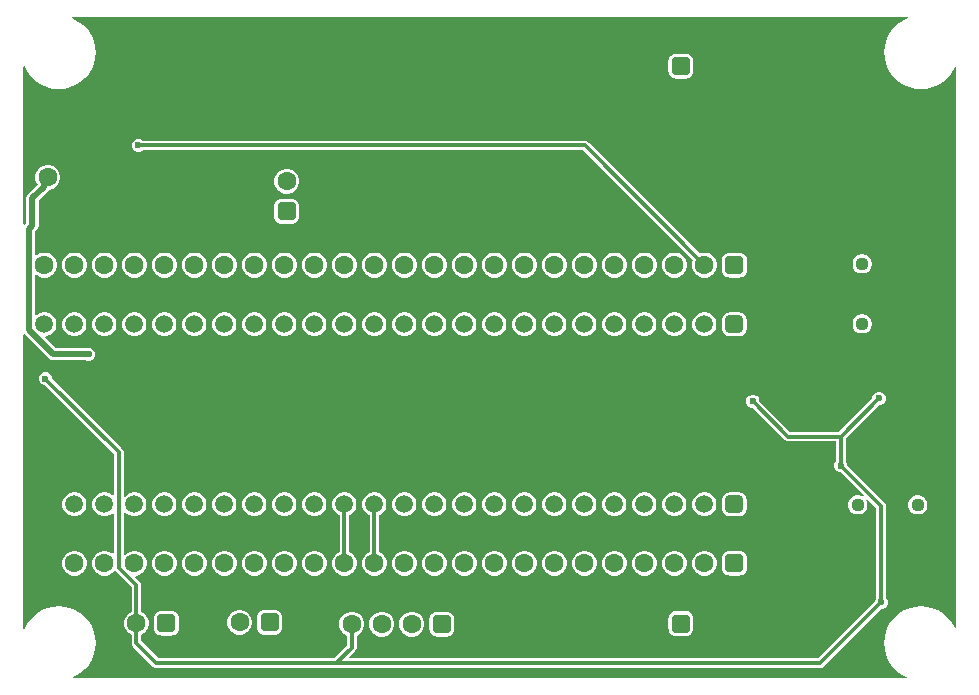
<source format=gbl>
G04*
G04 #@! TF.GenerationSoftware,Altium Limited,Altium Designer,21.6.4 (81)*
G04*
G04 Layer_Physical_Order=2*
G04 Layer_Color=16711680*
%FSLAX44Y44*%
%MOMM*%
G71*
G04*
G04 #@! TF.SameCoordinates,DF600929-9F7D-4707-823E-D0FB3E8D8E71*
G04*
G04*
G04 #@! TF.FilePolarity,Positive*
G04*
G01*
G75*
%ADD56C,0.3000*%
%ADD58C,0.5000*%
%ADD62C,1.5200*%
G04:AMPARAMS|DCode=63|XSize=1.52mm|YSize=1.52mm|CornerRadius=0.38mm|HoleSize=0mm|Usage=FLASHONLY|Rotation=180.000|XOffset=0mm|YOffset=0mm|HoleType=Round|Shape=RoundedRectangle|*
%AMROUNDEDRECTD63*
21,1,1.5200,0.7600,0,0,180.0*
21,1,0.7600,1.5200,0,0,180.0*
1,1,0.7600,-0.3800,0.3800*
1,1,0.7600,0.3800,0.3800*
1,1,0.7600,0.3800,-0.3800*
1,1,0.7600,-0.3800,-0.3800*
%
%ADD63ROUNDEDRECTD63*%
G04:AMPARAMS|DCode=64|XSize=1.6mm|YSize=1.6mm|CornerRadius=0.4mm|HoleSize=0mm|Usage=FLASHONLY|Rotation=0.000|XOffset=0mm|YOffset=0mm|HoleType=Round|Shape=RoundedRectangle|*
%AMROUNDEDRECTD64*
21,1,1.6000,0.8000,0,0,0.0*
21,1,0.8000,1.6000,0,0,0.0*
1,1,0.8000,0.4000,-0.4000*
1,1,0.8000,-0.4000,-0.4000*
1,1,0.8000,-0.4000,0.4000*
1,1,0.8000,0.4000,0.4000*
%
%ADD64ROUNDEDRECTD64*%
%ADD65C,1.1200*%
%ADD66C,1.6000*%
G04:AMPARAMS|DCode=67|XSize=1.6mm|YSize=1.6mm|CornerRadius=0.4mm|HoleSize=0mm|Usage=FLASHONLY|Rotation=90.000|XOffset=0mm|YOffset=0mm|HoleType=Round|Shape=RoundedRectangle|*
%AMROUNDEDRECTD67*
21,1,1.6000,0.8000,0,0,90.0*
21,1,0.8000,1.6000,0,0,90.0*
1,1,0.8000,0.4000,0.4000*
1,1,0.8000,0.4000,-0.4000*
1,1,0.8000,-0.4000,-0.4000*
1,1,0.8000,-0.4000,0.4000*
%
%ADD67ROUNDEDRECTD67*%
%ADD68C,0.6000*%
G36*
X748852Y558980D02*
X745865Y557742D01*
X741699Y555190D01*
X737983Y552016D01*
X734810Y548301D01*
X732258Y544135D01*
X730388Y539622D01*
X729247Y534871D01*
X728864Y530000D01*
X729247Y525129D01*
X730388Y520378D01*
X732258Y515865D01*
X734810Y511699D01*
X737983Y507984D01*
X741699Y504810D01*
X745865Y502258D01*
X750378Y500388D01*
X755129Y499247D01*
X760000Y498864D01*
X764871Y499247D01*
X769622Y500388D01*
X774135Y502258D01*
X778301Y504810D01*
X782017Y507984D01*
X785190Y511699D01*
X787742Y515865D01*
X788480Y517645D01*
X789750Y517393D01*
Y42607D01*
X788480Y42355D01*
X787742Y44135D01*
X785190Y48301D01*
X782017Y52017D01*
X778301Y55189D01*
X774135Y57742D01*
X769622Y59612D01*
X764871Y60753D01*
X760000Y61136D01*
X755129Y60753D01*
X750378Y59612D01*
X745865Y57742D01*
X741699Y55189D01*
X737983Y52017D01*
X734810Y48301D01*
X732258Y44135D01*
X730388Y39622D01*
X729247Y34871D01*
X728864Y30000D01*
X729247Y25129D01*
X730388Y20378D01*
X732258Y15865D01*
X734810Y11699D01*
X737983Y7983D01*
X741699Y4811D01*
X745865Y2258D01*
X748249Y1270D01*
X747996Y0D01*
X42004D01*
X41751Y1270D01*
X44135Y2258D01*
X48301Y4811D01*
X52017Y7983D01*
X55189Y11699D01*
X57742Y15865D01*
X59612Y20378D01*
X60753Y25129D01*
X61136Y30000D01*
X60753Y34871D01*
X59612Y39622D01*
X57742Y44135D01*
X55189Y48301D01*
X52017Y52017D01*
X48301Y55189D01*
X44135Y57742D01*
X39622Y59612D01*
X34871Y60753D01*
X30000Y61136D01*
X25129Y60753D01*
X20378Y59612D01*
X15865Y57742D01*
X11699Y55189D01*
X7983Y52017D01*
X4811Y48301D01*
X2258Y44135D01*
X1270Y41751D01*
X0Y42004D01*
Y291080D01*
X1083Y291478D01*
X1270Y291487D01*
X21891Y270866D01*
X23558Y269752D01*
X25524Y269361D01*
X53179D01*
X54148Y268960D01*
X56352D01*
X58388Y269803D01*
X59947Y271362D01*
X60790Y273398D01*
Y275602D01*
X59947Y277638D01*
X58388Y279197D01*
X56352Y280040D01*
X54148D01*
X53179Y279639D01*
X27653D01*
X18605Y288687D01*
X19091Y289860D01*
X19235D01*
X21814Y290551D01*
X24126Y291886D01*
X26014Y293774D01*
X27349Y296086D01*
X28040Y298665D01*
Y301335D01*
X27349Y303914D01*
X26014Y306226D01*
X24126Y308114D01*
X21814Y309449D01*
X19235Y310140D01*
X16565D01*
X13986Y309449D01*
X11674Y308114D01*
X11172Y307612D01*
X9999Y308098D01*
Y341336D01*
X11172Y341822D01*
X11428Y341566D01*
X13832Y340178D01*
X16512Y339460D01*
X19288D01*
X21968Y340178D01*
X24372Y341566D01*
X26334Y343528D01*
X27722Y345932D01*
X28440Y348612D01*
Y351388D01*
X27722Y354068D01*
X26334Y356472D01*
X24372Y358434D01*
X21968Y359822D01*
X19288Y360540D01*
X16512D01*
X13832Y359822D01*
X11428Y358434D01*
X11172Y358178D01*
X9999Y358664D01*
Y378481D01*
X11344Y379826D01*
X12458Y381493D01*
X12849Y383460D01*
Y404416D01*
X20731Y412299D01*
X21641Y413660D01*
X22138D01*
X24818Y414378D01*
X27222Y415766D01*
X29184Y417728D01*
X30572Y420132D01*
X31290Y422812D01*
Y425588D01*
X30572Y428268D01*
X29184Y430672D01*
X27222Y432634D01*
X24818Y434022D01*
X22138Y434740D01*
X19362D01*
X16682Y434022D01*
X14278Y432634D01*
X12316Y430672D01*
X10928Y428268D01*
X10210Y425588D01*
Y422812D01*
X10928Y420132D01*
X12064Y418165D01*
X4076Y410178D01*
X2962Y408511D01*
X2571Y406544D01*
Y385588D01*
X1270Y384287D01*
X1083Y384296D01*
X0Y384694D01*
Y517996D01*
X1270Y518249D01*
X2258Y515865D01*
X4811Y511699D01*
X7983Y507984D01*
X11699Y504810D01*
X15865Y502258D01*
X20378Y500388D01*
X25129Y499247D01*
X30000Y498864D01*
X34871Y499247D01*
X39622Y500388D01*
X44135Y502258D01*
X48301Y504810D01*
X52017Y507984D01*
X55189Y511699D01*
X57742Y515865D01*
X59612Y520378D01*
X60753Y525129D01*
X61136Y530000D01*
X60753Y534871D01*
X59612Y539622D01*
X57742Y544135D01*
X55189Y548301D01*
X52017Y552016D01*
X48301Y555190D01*
X44135Y557742D01*
X41147Y558980D01*
X41400Y560250D01*
X748600D01*
X748852Y558980D01*
D02*
G37*
%LPC*%
G36*
X560750Y529096D02*
X552750D01*
X551043Y528872D01*
X549452Y528213D01*
X548086Y527164D01*
X547037Y525798D01*
X546378Y524207D01*
X546154Y522500D01*
Y514500D01*
X546378Y512793D01*
X547037Y511202D01*
X548086Y509836D01*
X549452Y508787D01*
X551043Y508128D01*
X552750Y507904D01*
X560750D01*
X562457Y508128D01*
X564048Y508787D01*
X565414Y509836D01*
X566463Y511202D01*
X567122Y512793D01*
X567346Y514500D01*
Y522500D01*
X567122Y524207D01*
X566463Y525798D01*
X565414Y527164D01*
X564048Y528213D01*
X562457Y528872D01*
X560750Y529096D01*
D02*
G37*
G36*
X224380Y431490D02*
X221605D01*
X218924Y430772D01*
X216521Y429384D01*
X214559Y427422D01*
X213171Y425018D01*
X212453Y422338D01*
Y419562D01*
X213171Y416882D01*
X214559Y414478D01*
X216521Y412516D01*
X218924Y411128D01*
X221605Y410410D01*
X224380D01*
X227061Y411128D01*
X229464Y412516D01*
X231427Y414478D01*
X232814Y416882D01*
X233533Y419562D01*
Y422338D01*
X232814Y425018D01*
X231427Y427422D01*
X229464Y429384D01*
X227061Y430772D01*
X224380Y431490D01*
D02*
G37*
G36*
X226993Y406146D02*
X218993D01*
X217285Y405922D01*
X215694Y405263D01*
X214328Y404214D01*
X213280Y402848D01*
X212621Y401257D01*
X212396Y399550D01*
Y391550D01*
X212621Y389843D01*
X213280Y388252D01*
X214328Y386886D01*
X215694Y385837D01*
X217285Y385178D01*
X218993Y384954D01*
X226993D01*
X228700Y385178D01*
X230291Y385837D01*
X231657Y386886D01*
X232705Y388252D01*
X233364Y389843D01*
X233589Y391550D01*
Y399550D01*
X233364Y401257D01*
X232705Y402848D01*
X231657Y404214D01*
X230291Y405263D01*
X228700Y405922D01*
X226993Y406146D01*
D02*
G37*
G36*
X711272Y359155D02*
X709128D01*
X707058Y358600D01*
X705202Y357529D01*
X703686Y356013D01*
X702615Y354157D01*
X702060Y352087D01*
Y349943D01*
X702615Y347873D01*
X703686Y346017D01*
X705202Y344501D01*
X707058Y343430D01*
X709128Y342875D01*
X711272D01*
X713342Y343430D01*
X715198Y344501D01*
X716714Y346017D01*
X717785Y347873D01*
X718340Y349943D01*
Y352087D01*
X717785Y354157D01*
X716714Y356013D01*
X715198Y357529D01*
X713342Y358600D01*
X711272Y359155D01*
D02*
G37*
G36*
X98602Y456790D02*
X96398D01*
X94362Y455947D01*
X92803Y454388D01*
X91960Y452352D01*
Y450148D01*
X92803Y448112D01*
X94362Y446553D01*
X96398Y445710D01*
X98602D01*
X100638Y446553D01*
X101216Y447131D01*
X473744D01*
X566863Y354012D01*
X566160Y351388D01*
Y348612D01*
X566878Y345932D01*
X568266Y343528D01*
X570228Y341566D01*
X572632Y340178D01*
X575312Y339460D01*
X578088D01*
X580768Y340178D01*
X583172Y341566D01*
X585134Y343528D01*
X586522Y345932D01*
X587240Y348612D01*
Y351388D01*
X586522Y354068D01*
X585134Y356472D01*
X583172Y358434D01*
X580768Y359822D01*
X578088Y360540D01*
X575312D01*
X572688Y359837D01*
X478363Y454163D01*
X477026Y455056D01*
X475450Y455369D01*
X101216D01*
X100638Y455947D01*
X98602Y456790D01*
D02*
G37*
G36*
X552688Y360540D02*
X549912D01*
X547232Y359822D01*
X544828Y358434D01*
X542866Y356472D01*
X541478Y354068D01*
X540760Y351388D01*
Y348612D01*
X541478Y345932D01*
X542866Y343528D01*
X544828Y341566D01*
X547232Y340178D01*
X549912Y339460D01*
X552688D01*
X555368Y340178D01*
X557772Y341566D01*
X559734Y343528D01*
X561122Y345932D01*
X561840Y348612D01*
Y351388D01*
X561122Y354068D01*
X559734Y356472D01*
X557772Y358434D01*
X555368Y359822D01*
X552688Y360540D01*
D02*
G37*
G36*
X527288D02*
X524512D01*
X521832Y359822D01*
X519428Y358434D01*
X517466Y356472D01*
X516078Y354068D01*
X515360Y351388D01*
Y348612D01*
X516078Y345932D01*
X517466Y343528D01*
X519428Y341566D01*
X521832Y340178D01*
X524512Y339460D01*
X527288D01*
X529968Y340178D01*
X532372Y341566D01*
X534334Y343528D01*
X535722Y345932D01*
X536440Y348612D01*
Y351388D01*
X535722Y354068D01*
X534334Y356472D01*
X532372Y358434D01*
X529968Y359822D01*
X527288Y360540D01*
D02*
G37*
G36*
X501888D02*
X499112D01*
X496432Y359822D01*
X494028Y358434D01*
X492066Y356472D01*
X490678Y354068D01*
X489960Y351388D01*
Y348612D01*
X490678Y345932D01*
X492066Y343528D01*
X494028Y341566D01*
X496432Y340178D01*
X499112Y339460D01*
X501888D01*
X504568Y340178D01*
X506972Y341566D01*
X508934Y343528D01*
X510322Y345932D01*
X511040Y348612D01*
Y351388D01*
X510322Y354068D01*
X508934Y356472D01*
X506972Y358434D01*
X504568Y359822D01*
X501888Y360540D01*
D02*
G37*
G36*
X476488D02*
X473712D01*
X471032Y359822D01*
X468628Y358434D01*
X466666Y356472D01*
X465278Y354068D01*
X464560Y351388D01*
Y348612D01*
X465278Y345932D01*
X466666Y343528D01*
X468628Y341566D01*
X471032Y340178D01*
X473712Y339460D01*
X476488D01*
X479168Y340178D01*
X481572Y341566D01*
X483534Y343528D01*
X484922Y345932D01*
X485640Y348612D01*
Y351388D01*
X484922Y354068D01*
X483534Y356472D01*
X481572Y358434D01*
X479168Y359822D01*
X476488Y360540D01*
D02*
G37*
G36*
X451088D02*
X448312D01*
X445632Y359822D01*
X443228Y358434D01*
X441266Y356472D01*
X439878Y354068D01*
X439160Y351388D01*
Y348612D01*
X439878Y345932D01*
X441266Y343528D01*
X443228Y341566D01*
X445632Y340178D01*
X448312Y339460D01*
X451088D01*
X453768Y340178D01*
X456172Y341566D01*
X458134Y343528D01*
X459522Y345932D01*
X460240Y348612D01*
Y351388D01*
X459522Y354068D01*
X458134Y356472D01*
X456172Y358434D01*
X453768Y359822D01*
X451088Y360540D01*
D02*
G37*
G36*
X425688D02*
X422912D01*
X420232Y359822D01*
X417828Y358434D01*
X415866Y356472D01*
X414478Y354068D01*
X413760Y351388D01*
Y348612D01*
X414478Y345932D01*
X415866Y343528D01*
X417828Y341566D01*
X420232Y340178D01*
X422912Y339460D01*
X425688D01*
X428368Y340178D01*
X430772Y341566D01*
X432734Y343528D01*
X434122Y345932D01*
X434840Y348612D01*
Y351388D01*
X434122Y354068D01*
X432734Y356472D01*
X430772Y358434D01*
X428368Y359822D01*
X425688Y360540D01*
D02*
G37*
G36*
X400288D02*
X397512D01*
X394832Y359822D01*
X392428Y358434D01*
X390466Y356472D01*
X389078Y354068D01*
X388360Y351388D01*
Y348612D01*
X389078Y345932D01*
X390466Y343528D01*
X392428Y341566D01*
X394832Y340178D01*
X397512Y339460D01*
X400288D01*
X402968Y340178D01*
X405372Y341566D01*
X407334Y343528D01*
X408722Y345932D01*
X409440Y348612D01*
Y351388D01*
X408722Y354068D01*
X407334Y356472D01*
X405372Y358434D01*
X402968Y359822D01*
X400288Y360540D01*
D02*
G37*
G36*
X374888D02*
X372112D01*
X369432Y359822D01*
X367028Y358434D01*
X365066Y356472D01*
X363678Y354068D01*
X362960Y351388D01*
Y348612D01*
X363678Y345932D01*
X365066Y343528D01*
X367028Y341566D01*
X369432Y340178D01*
X372112Y339460D01*
X374888D01*
X377568Y340178D01*
X379972Y341566D01*
X381934Y343528D01*
X383322Y345932D01*
X384040Y348612D01*
Y351388D01*
X383322Y354068D01*
X381934Y356472D01*
X379972Y358434D01*
X377568Y359822D01*
X374888Y360540D01*
D02*
G37*
G36*
X349488D02*
X346712D01*
X344032Y359822D01*
X341628Y358434D01*
X339666Y356472D01*
X338278Y354068D01*
X337560Y351388D01*
Y348612D01*
X338278Y345932D01*
X339666Y343528D01*
X341628Y341566D01*
X344032Y340178D01*
X346712Y339460D01*
X349488D01*
X352168Y340178D01*
X354572Y341566D01*
X356534Y343528D01*
X357922Y345932D01*
X358640Y348612D01*
Y351388D01*
X357922Y354068D01*
X356534Y356472D01*
X354572Y358434D01*
X352168Y359822D01*
X349488Y360540D01*
D02*
G37*
G36*
X324088D02*
X321312D01*
X318632Y359822D01*
X316228Y358434D01*
X314266Y356472D01*
X312878Y354068D01*
X312160Y351388D01*
Y348612D01*
X312878Y345932D01*
X314266Y343528D01*
X316228Y341566D01*
X318632Y340178D01*
X321312Y339460D01*
X324088D01*
X326768Y340178D01*
X329172Y341566D01*
X331134Y343528D01*
X332522Y345932D01*
X333240Y348612D01*
Y351388D01*
X332522Y354068D01*
X331134Y356472D01*
X329172Y358434D01*
X326768Y359822D01*
X324088Y360540D01*
D02*
G37*
G36*
X298688D02*
X295912D01*
X293232Y359822D01*
X290828Y358434D01*
X288866Y356472D01*
X287478Y354068D01*
X286760Y351388D01*
Y348612D01*
X287478Y345932D01*
X288866Y343528D01*
X290828Y341566D01*
X293232Y340178D01*
X295912Y339460D01*
X298688D01*
X301368Y340178D01*
X303772Y341566D01*
X305734Y343528D01*
X307122Y345932D01*
X307840Y348612D01*
Y351388D01*
X307122Y354068D01*
X305734Y356472D01*
X303772Y358434D01*
X301368Y359822D01*
X298688Y360540D01*
D02*
G37*
G36*
X273288D02*
X270512D01*
X267832Y359822D01*
X265428Y358434D01*
X263466Y356472D01*
X262078Y354068D01*
X261360Y351388D01*
Y348612D01*
X262078Y345932D01*
X263466Y343528D01*
X265428Y341566D01*
X267832Y340178D01*
X270512Y339460D01*
X273288D01*
X275968Y340178D01*
X278372Y341566D01*
X280334Y343528D01*
X281722Y345932D01*
X282440Y348612D01*
Y351388D01*
X281722Y354068D01*
X280334Y356472D01*
X278372Y358434D01*
X275968Y359822D01*
X273288Y360540D01*
D02*
G37*
G36*
X247888D02*
X245112D01*
X242432Y359822D01*
X240028Y358434D01*
X238066Y356472D01*
X236678Y354068D01*
X235960Y351388D01*
Y348612D01*
X236678Y345932D01*
X238066Y343528D01*
X240028Y341566D01*
X242432Y340178D01*
X245112Y339460D01*
X247888D01*
X250568Y340178D01*
X252972Y341566D01*
X254934Y343528D01*
X256322Y345932D01*
X257040Y348612D01*
Y351388D01*
X256322Y354068D01*
X254934Y356472D01*
X252972Y358434D01*
X250568Y359822D01*
X247888Y360540D01*
D02*
G37*
G36*
X222488D02*
X219712D01*
X217032Y359822D01*
X214628Y358434D01*
X212666Y356472D01*
X211278Y354068D01*
X210560Y351388D01*
Y348612D01*
X211278Y345932D01*
X212666Y343528D01*
X214628Y341566D01*
X217032Y340178D01*
X219712Y339460D01*
X222488D01*
X225168Y340178D01*
X227572Y341566D01*
X229534Y343528D01*
X230922Y345932D01*
X231640Y348612D01*
Y351388D01*
X230922Y354068D01*
X229534Y356472D01*
X227572Y358434D01*
X225168Y359822D01*
X222488Y360540D01*
D02*
G37*
G36*
X197088D02*
X194312D01*
X191632Y359822D01*
X189228Y358434D01*
X187266Y356472D01*
X185878Y354068D01*
X185160Y351388D01*
Y348612D01*
X185878Y345932D01*
X187266Y343528D01*
X189228Y341566D01*
X191632Y340178D01*
X194312Y339460D01*
X197088D01*
X199768Y340178D01*
X202172Y341566D01*
X204134Y343528D01*
X205522Y345932D01*
X206240Y348612D01*
Y351388D01*
X205522Y354068D01*
X204134Y356472D01*
X202172Y358434D01*
X199768Y359822D01*
X197088Y360540D01*
D02*
G37*
G36*
X171688D02*
X168912D01*
X166232Y359822D01*
X163828Y358434D01*
X161866Y356472D01*
X160478Y354068D01*
X159760Y351388D01*
Y348612D01*
X160478Y345932D01*
X161866Y343528D01*
X163828Y341566D01*
X166232Y340178D01*
X168912Y339460D01*
X171688D01*
X174368Y340178D01*
X176772Y341566D01*
X178734Y343528D01*
X180122Y345932D01*
X180840Y348612D01*
Y351388D01*
X180122Y354068D01*
X178734Y356472D01*
X176772Y358434D01*
X174368Y359822D01*
X171688Y360540D01*
D02*
G37*
G36*
X146288D02*
X143512D01*
X140832Y359822D01*
X138428Y358434D01*
X136466Y356472D01*
X135078Y354068D01*
X134360Y351388D01*
Y348612D01*
X135078Y345932D01*
X136466Y343528D01*
X138428Y341566D01*
X140832Y340178D01*
X143512Y339460D01*
X146288D01*
X148968Y340178D01*
X151372Y341566D01*
X153334Y343528D01*
X154722Y345932D01*
X155440Y348612D01*
Y351388D01*
X154722Y354068D01*
X153334Y356472D01*
X151372Y358434D01*
X148968Y359822D01*
X146288Y360540D01*
D02*
G37*
G36*
X120888D02*
X118112D01*
X115432Y359822D01*
X113028Y358434D01*
X111066Y356472D01*
X109678Y354068D01*
X108960Y351388D01*
Y348612D01*
X109678Y345932D01*
X111066Y343528D01*
X113028Y341566D01*
X115432Y340178D01*
X118112Y339460D01*
X120888D01*
X123568Y340178D01*
X125972Y341566D01*
X127934Y343528D01*
X129322Y345932D01*
X130040Y348612D01*
Y351388D01*
X129322Y354068D01*
X127934Y356472D01*
X125972Y358434D01*
X123568Y359822D01*
X120888Y360540D01*
D02*
G37*
G36*
X95488D02*
X92712D01*
X90032Y359822D01*
X87628Y358434D01*
X85666Y356472D01*
X84278Y354068D01*
X83560Y351388D01*
Y348612D01*
X84278Y345932D01*
X85666Y343528D01*
X87628Y341566D01*
X90032Y340178D01*
X92712Y339460D01*
X95488D01*
X98168Y340178D01*
X100572Y341566D01*
X102534Y343528D01*
X103922Y345932D01*
X104640Y348612D01*
Y351388D01*
X103922Y354068D01*
X102534Y356472D01*
X100572Y358434D01*
X98168Y359822D01*
X95488Y360540D01*
D02*
G37*
G36*
X70088D02*
X67312D01*
X64632Y359822D01*
X62228Y358434D01*
X60266Y356472D01*
X58878Y354068D01*
X58160Y351388D01*
Y348612D01*
X58878Y345932D01*
X60266Y343528D01*
X62228Y341566D01*
X64632Y340178D01*
X67312Y339460D01*
X70088D01*
X72768Y340178D01*
X75172Y341566D01*
X77134Y343528D01*
X78522Y345932D01*
X79240Y348612D01*
Y351388D01*
X78522Y354068D01*
X77134Y356472D01*
X75172Y358434D01*
X72768Y359822D01*
X70088Y360540D01*
D02*
G37*
G36*
X44688D02*
X41912D01*
X39232Y359822D01*
X36828Y358434D01*
X34866Y356472D01*
X33478Y354068D01*
X32760Y351388D01*
Y348612D01*
X33478Y345932D01*
X34866Y343528D01*
X36828Y341566D01*
X39232Y340178D01*
X41912Y339460D01*
X44688D01*
X47368Y340178D01*
X49772Y341566D01*
X51734Y343528D01*
X53122Y345932D01*
X53840Y348612D01*
Y351388D01*
X53122Y354068D01*
X51734Y356472D01*
X49772Y358434D01*
X47368Y359822D01*
X44688Y360540D01*
D02*
G37*
G36*
X606100Y360596D02*
X598100D01*
X596393Y360372D01*
X594802Y359713D01*
X593436Y358664D01*
X592387Y357298D01*
X591728Y355707D01*
X591504Y354000D01*
Y346000D01*
X591728Y344293D01*
X592387Y342702D01*
X593436Y341336D01*
X594802Y340287D01*
X596393Y339628D01*
X598100Y339404D01*
X606100D01*
X607807Y339628D01*
X609398Y340287D01*
X610764Y341336D01*
X611813Y342702D01*
X612472Y344293D01*
X612696Y346000D01*
Y354000D01*
X612472Y355707D01*
X611813Y357298D01*
X610764Y358664D01*
X609398Y359713D01*
X607807Y360372D01*
X606100Y360596D01*
D02*
G37*
G36*
X711272Y308355D02*
X709128D01*
X707058Y307800D01*
X705202Y306729D01*
X703686Y305213D01*
X702615Y303357D01*
X702060Y301287D01*
Y299143D01*
X702615Y297073D01*
X703686Y295217D01*
X705202Y293701D01*
X707058Y292630D01*
X709128Y292075D01*
X711272D01*
X713342Y292630D01*
X715198Y293701D01*
X716714Y295217D01*
X717785Y297073D01*
X718340Y299143D01*
Y301287D01*
X717785Y303357D01*
X716714Y305213D01*
X715198Y306729D01*
X713342Y307800D01*
X711272Y308355D01*
D02*
G37*
G36*
X578035Y310140D02*
X575365D01*
X572786Y309449D01*
X570474Y308114D01*
X568586Y306226D01*
X567251Y303914D01*
X566560Y301335D01*
Y298665D01*
X567251Y296086D01*
X568586Y293774D01*
X570474Y291886D01*
X572786Y290551D01*
X575365Y289860D01*
X578035D01*
X580614Y290551D01*
X582926Y291886D01*
X584814Y293774D01*
X586149Y296086D01*
X586840Y298665D01*
Y301335D01*
X586149Y303914D01*
X584814Y306226D01*
X582926Y308114D01*
X580614Y309449D01*
X578035Y310140D01*
D02*
G37*
G36*
X552635D02*
X549965D01*
X547386Y309449D01*
X545074Y308114D01*
X543186Y306226D01*
X541851Y303914D01*
X541160Y301335D01*
Y298665D01*
X541851Y296086D01*
X543186Y293774D01*
X545074Y291886D01*
X547386Y290551D01*
X549965Y289860D01*
X552635D01*
X555214Y290551D01*
X557526Y291886D01*
X559414Y293774D01*
X560749Y296086D01*
X561440Y298665D01*
Y301335D01*
X560749Y303914D01*
X559414Y306226D01*
X557526Y308114D01*
X555214Y309449D01*
X552635Y310140D01*
D02*
G37*
G36*
X527235D02*
X524565D01*
X521986Y309449D01*
X519674Y308114D01*
X517786Y306226D01*
X516451Y303914D01*
X515760Y301335D01*
Y298665D01*
X516451Y296086D01*
X517786Y293774D01*
X519674Y291886D01*
X521986Y290551D01*
X524565Y289860D01*
X527235D01*
X529814Y290551D01*
X532126Y291886D01*
X534014Y293774D01*
X535349Y296086D01*
X536040Y298665D01*
Y301335D01*
X535349Y303914D01*
X534014Y306226D01*
X532126Y308114D01*
X529814Y309449D01*
X527235Y310140D01*
D02*
G37*
G36*
X501835D02*
X499165D01*
X496586Y309449D01*
X494274Y308114D01*
X492386Y306226D01*
X491051Y303914D01*
X490360Y301335D01*
Y298665D01*
X491051Y296086D01*
X492386Y293774D01*
X494274Y291886D01*
X496586Y290551D01*
X499165Y289860D01*
X501835D01*
X504414Y290551D01*
X506726Y291886D01*
X508614Y293774D01*
X509949Y296086D01*
X510640Y298665D01*
Y301335D01*
X509949Y303914D01*
X508614Y306226D01*
X506726Y308114D01*
X504414Y309449D01*
X501835Y310140D01*
D02*
G37*
G36*
X476435D02*
X473765D01*
X471186Y309449D01*
X468874Y308114D01*
X466986Y306226D01*
X465651Y303914D01*
X464960Y301335D01*
Y298665D01*
X465651Y296086D01*
X466986Y293774D01*
X468874Y291886D01*
X471186Y290551D01*
X473765Y289860D01*
X476435D01*
X479014Y290551D01*
X481326Y291886D01*
X483214Y293774D01*
X484549Y296086D01*
X485240Y298665D01*
Y301335D01*
X484549Y303914D01*
X483214Y306226D01*
X481326Y308114D01*
X479014Y309449D01*
X476435Y310140D01*
D02*
G37*
G36*
X451035D02*
X448365D01*
X445786Y309449D01*
X443474Y308114D01*
X441586Y306226D01*
X440251Y303914D01*
X439560Y301335D01*
Y298665D01*
X440251Y296086D01*
X441586Y293774D01*
X443474Y291886D01*
X445786Y290551D01*
X448365Y289860D01*
X451035D01*
X453614Y290551D01*
X455926Y291886D01*
X457814Y293774D01*
X459149Y296086D01*
X459840Y298665D01*
Y301335D01*
X459149Y303914D01*
X457814Y306226D01*
X455926Y308114D01*
X453614Y309449D01*
X451035Y310140D01*
D02*
G37*
G36*
X425635D02*
X422965D01*
X420386Y309449D01*
X418074Y308114D01*
X416186Y306226D01*
X414851Y303914D01*
X414160Y301335D01*
Y298665D01*
X414851Y296086D01*
X416186Y293774D01*
X418074Y291886D01*
X420386Y290551D01*
X422965Y289860D01*
X425635D01*
X428214Y290551D01*
X430526Y291886D01*
X432414Y293774D01*
X433749Y296086D01*
X434440Y298665D01*
Y301335D01*
X433749Y303914D01*
X432414Y306226D01*
X430526Y308114D01*
X428214Y309449D01*
X425635Y310140D01*
D02*
G37*
G36*
X400235D02*
X397565D01*
X394986Y309449D01*
X392674Y308114D01*
X390786Y306226D01*
X389451Y303914D01*
X388760Y301335D01*
Y298665D01*
X389451Y296086D01*
X390786Y293774D01*
X392674Y291886D01*
X394986Y290551D01*
X397565Y289860D01*
X400235D01*
X402814Y290551D01*
X405126Y291886D01*
X407014Y293774D01*
X408349Y296086D01*
X409040Y298665D01*
Y301335D01*
X408349Y303914D01*
X407014Y306226D01*
X405126Y308114D01*
X402814Y309449D01*
X400235Y310140D01*
D02*
G37*
G36*
X374835D02*
X372165D01*
X369586Y309449D01*
X367274Y308114D01*
X365386Y306226D01*
X364051Y303914D01*
X363360Y301335D01*
Y298665D01*
X364051Y296086D01*
X365386Y293774D01*
X367274Y291886D01*
X369586Y290551D01*
X372165Y289860D01*
X374835D01*
X377414Y290551D01*
X379726Y291886D01*
X381614Y293774D01*
X382949Y296086D01*
X383640Y298665D01*
Y301335D01*
X382949Y303914D01*
X381614Y306226D01*
X379726Y308114D01*
X377414Y309449D01*
X374835Y310140D01*
D02*
G37*
G36*
X349435D02*
X346765D01*
X344186Y309449D01*
X341874Y308114D01*
X339986Y306226D01*
X338651Y303914D01*
X337960Y301335D01*
Y298665D01*
X338651Y296086D01*
X339986Y293774D01*
X341874Y291886D01*
X344186Y290551D01*
X346765Y289860D01*
X349435D01*
X352014Y290551D01*
X354326Y291886D01*
X356214Y293774D01*
X357549Y296086D01*
X358240Y298665D01*
Y301335D01*
X357549Y303914D01*
X356214Y306226D01*
X354326Y308114D01*
X352014Y309449D01*
X349435Y310140D01*
D02*
G37*
G36*
X324035D02*
X321365D01*
X318786Y309449D01*
X316474Y308114D01*
X314586Y306226D01*
X313251Y303914D01*
X312560Y301335D01*
Y298665D01*
X313251Y296086D01*
X314586Y293774D01*
X316474Y291886D01*
X318786Y290551D01*
X321365Y289860D01*
X324035D01*
X326614Y290551D01*
X328926Y291886D01*
X330814Y293774D01*
X332149Y296086D01*
X332840Y298665D01*
Y301335D01*
X332149Y303914D01*
X330814Y306226D01*
X328926Y308114D01*
X326614Y309449D01*
X324035Y310140D01*
D02*
G37*
G36*
X298635D02*
X295965D01*
X293386Y309449D01*
X291074Y308114D01*
X289186Y306226D01*
X287851Y303914D01*
X287160Y301335D01*
Y298665D01*
X287851Y296086D01*
X289186Y293774D01*
X291074Y291886D01*
X293386Y290551D01*
X295965Y289860D01*
X298635D01*
X301214Y290551D01*
X303526Y291886D01*
X305414Y293774D01*
X306749Y296086D01*
X307440Y298665D01*
Y301335D01*
X306749Y303914D01*
X305414Y306226D01*
X303526Y308114D01*
X301214Y309449D01*
X298635Y310140D01*
D02*
G37*
G36*
X273235D02*
X270565D01*
X267986Y309449D01*
X265674Y308114D01*
X263786Y306226D01*
X262451Y303914D01*
X261760Y301335D01*
Y298665D01*
X262451Y296086D01*
X263786Y293774D01*
X265674Y291886D01*
X267986Y290551D01*
X270565Y289860D01*
X273235D01*
X275814Y290551D01*
X278126Y291886D01*
X280014Y293774D01*
X281349Y296086D01*
X282040Y298665D01*
Y301335D01*
X281349Y303914D01*
X280014Y306226D01*
X278126Y308114D01*
X275814Y309449D01*
X273235Y310140D01*
D02*
G37*
G36*
X247835D02*
X245165D01*
X242586Y309449D01*
X240274Y308114D01*
X238386Y306226D01*
X237051Y303914D01*
X236360Y301335D01*
Y298665D01*
X237051Y296086D01*
X238386Y293774D01*
X240274Y291886D01*
X242586Y290551D01*
X245165Y289860D01*
X247835D01*
X250414Y290551D01*
X252726Y291886D01*
X254614Y293774D01*
X255949Y296086D01*
X256640Y298665D01*
Y301335D01*
X255949Y303914D01*
X254614Y306226D01*
X252726Y308114D01*
X250414Y309449D01*
X247835Y310140D01*
D02*
G37*
G36*
X222435D02*
X219765D01*
X217186Y309449D01*
X214874Y308114D01*
X212986Y306226D01*
X211651Y303914D01*
X210960Y301335D01*
Y298665D01*
X211651Y296086D01*
X212986Y293774D01*
X214874Y291886D01*
X217186Y290551D01*
X219765Y289860D01*
X222435D01*
X225014Y290551D01*
X227326Y291886D01*
X229214Y293774D01*
X230549Y296086D01*
X231240Y298665D01*
Y301335D01*
X230549Y303914D01*
X229214Y306226D01*
X227326Y308114D01*
X225014Y309449D01*
X222435Y310140D01*
D02*
G37*
G36*
X197035D02*
X194365D01*
X191786Y309449D01*
X189474Y308114D01*
X187586Y306226D01*
X186251Y303914D01*
X185560Y301335D01*
Y298665D01*
X186251Y296086D01*
X187586Y293774D01*
X189474Y291886D01*
X191786Y290551D01*
X194365Y289860D01*
X197035D01*
X199614Y290551D01*
X201926Y291886D01*
X203814Y293774D01*
X205149Y296086D01*
X205840Y298665D01*
Y301335D01*
X205149Y303914D01*
X203814Y306226D01*
X201926Y308114D01*
X199614Y309449D01*
X197035Y310140D01*
D02*
G37*
G36*
X171635D02*
X168965D01*
X166386Y309449D01*
X164074Y308114D01*
X162186Y306226D01*
X160851Y303914D01*
X160160Y301335D01*
Y298665D01*
X160851Y296086D01*
X162186Y293774D01*
X164074Y291886D01*
X166386Y290551D01*
X168965Y289860D01*
X171635D01*
X174214Y290551D01*
X176526Y291886D01*
X178414Y293774D01*
X179749Y296086D01*
X180440Y298665D01*
Y301335D01*
X179749Y303914D01*
X178414Y306226D01*
X176526Y308114D01*
X174214Y309449D01*
X171635Y310140D01*
D02*
G37*
G36*
X146235D02*
X143565D01*
X140986Y309449D01*
X138674Y308114D01*
X136786Y306226D01*
X135451Y303914D01*
X134760Y301335D01*
Y298665D01*
X135451Y296086D01*
X136786Y293774D01*
X138674Y291886D01*
X140986Y290551D01*
X143565Y289860D01*
X146235D01*
X148814Y290551D01*
X151126Y291886D01*
X153014Y293774D01*
X154349Y296086D01*
X155040Y298665D01*
Y301335D01*
X154349Y303914D01*
X153014Y306226D01*
X151126Y308114D01*
X148814Y309449D01*
X146235Y310140D01*
D02*
G37*
G36*
X120835D02*
X118165D01*
X115586Y309449D01*
X113274Y308114D01*
X111386Y306226D01*
X110051Y303914D01*
X109360Y301335D01*
Y298665D01*
X110051Y296086D01*
X111386Y293774D01*
X113274Y291886D01*
X115586Y290551D01*
X118165Y289860D01*
X120835D01*
X123414Y290551D01*
X125726Y291886D01*
X127614Y293774D01*
X128949Y296086D01*
X129640Y298665D01*
Y301335D01*
X128949Y303914D01*
X127614Y306226D01*
X125726Y308114D01*
X123414Y309449D01*
X120835Y310140D01*
D02*
G37*
G36*
X95435D02*
X92765D01*
X90186Y309449D01*
X87874Y308114D01*
X85986Y306226D01*
X84651Y303914D01*
X83960Y301335D01*
Y298665D01*
X84651Y296086D01*
X85986Y293774D01*
X87874Y291886D01*
X90186Y290551D01*
X92765Y289860D01*
X95435D01*
X98014Y290551D01*
X100326Y291886D01*
X102214Y293774D01*
X103549Y296086D01*
X104240Y298665D01*
Y301335D01*
X103549Y303914D01*
X102214Y306226D01*
X100326Y308114D01*
X98014Y309449D01*
X95435Y310140D01*
D02*
G37*
G36*
X70035D02*
X67365D01*
X64786Y309449D01*
X62474Y308114D01*
X60586Y306226D01*
X59251Y303914D01*
X58560Y301335D01*
Y298665D01*
X59251Y296086D01*
X60586Y293774D01*
X62474Y291886D01*
X64786Y290551D01*
X67365Y289860D01*
X70035D01*
X72614Y290551D01*
X74926Y291886D01*
X76814Y293774D01*
X78149Y296086D01*
X78840Y298665D01*
Y301335D01*
X78149Y303914D01*
X76814Y306226D01*
X74926Y308114D01*
X72614Y309449D01*
X70035Y310140D01*
D02*
G37*
G36*
X44635D02*
X41965D01*
X39386Y309449D01*
X37074Y308114D01*
X35186Y306226D01*
X33851Y303914D01*
X33160Y301335D01*
Y298665D01*
X33851Y296086D01*
X35186Y293774D01*
X37074Y291886D01*
X39386Y290551D01*
X41965Y289860D01*
X44635D01*
X47214Y290551D01*
X49526Y291886D01*
X51414Y293774D01*
X52749Y296086D01*
X53440Y298665D01*
Y301335D01*
X52749Y303914D01*
X51414Y306226D01*
X49526Y308114D01*
X47214Y309449D01*
X44635Y310140D01*
D02*
G37*
G36*
X605900Y310264D02*
X598300D01*
X595826Y309772D01*
X593729Y308371D01*
X592328Y306274D01*
X591836Y303800D01*
Y296200D01*
X592328Y293726D01*
X593729Y291629D01*
X595826Y290228D01*
X598300Y289736D01*
X605900D01*
X608374Y290228D01*
X610471Y291629D01*
X611872Y293726D01*
X612364Y296200D01*
Y303800D01*
X611872Y306274D01*
X610471Y308371D01*
X608374Y309772D01*
X605900Y310264D01*
D02*
G37*
G36*
X19852Y259290D02*
X17648D01*
X15612Y258447D01*
X14053Y256888D01*
X13210Y254852D01*
Y252648D01*
X14053Y250612D01*
X15612Y249053D01*
X17648Y248210D01*
X18465D01*
X76621Y190054D01*
Y155679D01*
X75448Y155193D01*
X74926Y155714D01*
X72614Y157049D01*
X70035Y157740D01*
X67365D01*
X64786Y157049D01*
X62474Y155714D01*
X60586Y153826D01*
X59251Y151514D01*
X58560Y148935D01*
Y146265D01*
X59251Y143686D01*
X60586Y141374D01*
X62474Y139486D01*
X64786Y138151D01*
X67365Y137460D01*
X70035D01*
X72614Y138151D01*
X74926Y139486D01*
X75448Y140007D01*
X76621Y139521D01*
Y106244D01*
X75448Y105758D01*
X75172Y106034D01*
X72768Y107422D01*
X70088Y108140D01*
X67312D01*
X64632Y107422D01*
X62228Y106034D01*
X60266Y104072D01*
X58878Y101668D01*
X58160Y98988D01*
Y96212D01*
X58878Y93532D01*
X60266Y91128D01*
X62228Y89166D01*
X64632Y87778D01*
X67312Y87060D01*
X70088D01*
X72768Y87778D01*
X75172Y89166D01*
X76591Y90585D01*
X77553Y90924D01*
X78278Y90570D01*
X91681Y77167D01*
Y56550D01*
X89328Y55191D01*
X87366Y53229D01*
X85978Y50826D01*
X85260Y48145D01*
Y45370D01*
X85978Y42689D01*
X87366Y40286D01*
X89328Y38323D01*
X91681Y36965D01*
Y29950D01*
X91994Y28374D01*
X92887Y27037D01*
X109837Y10087D01*
X111174Y9194D01*
X112750Y8881D01*
X674750D01*
X676326Y9194D01*
X677663Y10087D01*
X726535Y58960D01*
X727352D01*
X729388Y59803D01*
X730947Y61362D01*
X731790Y63398D01*
Y65602D01*
X730947Y67638D01*
X730369Y68216D01*
Y146000D01*
X730056Y147576D01*
X729163Y148913D01*
X697540Y180535D01*
Y181352D01*
X696697Y183388D01*
X696119Y183966D01*
Y203044D01*
X724785Y231710D01*
X725602D01*
X727638Y232553D01*
X729197Y234112D01*
X730040Y236148D01*
Y238352D01*
X729197Y240388D01*
X727638Y241947D01*
X725602Y242790D01*
X723398D01*
X721362Y241947D01*
X719803Y240388D01*
X718960Y238352D01*
Y237535D01*
X690294Y208869D01*
X649456D01*
X623290Y235035D01*
Y235852D01*
X622447Y237888D01*
X620888Y239447D01*
X618852Y240290D01*
X616648D01*
X614612Y239447D01*
X613053Y237888D01*
X612210Y235852D01*
Y233648D01*
X613053Y231612D01*
X614612Y230053D01*
X616648Y229210D01*
X617465D01*
X644837Y201837D01*
X646174Y200944D01*
X647750Y200631D01*
X687881D01*
Y183966D01*
X687303Y183388D01*
X686460Y181352D01*
Y179148D01*
X687303Y177112D01*
X688862Y175553D01*
X690898Y174710D01*
X691715D01*
X711436Y154988D01*
X710657Y153972D01*
X709594Y154585D01*
X707524Y155140D01*
X705381D01*
X703311Y154585D01*
X701454Y153514D01*
X699939Y151998D01*
X698867Y150142D01*
X698313Y148072D01*
Y145928D01*
X698867Y143858D01*
X699939Y142002D01*
X701454Y140486D01*
X703311Y139415D01*
X705381Y138860D01*
X707524D01*
X709594Y139415D01*
X711451Y140486D01*
X712966Y142002D01*
X714038Y143858D01*
X714593Y145928D01*
Y148072D01*
X714038Y150142D01*
X713425Y151204D01*
X714441Y151984D01*
X722131Y144294D01*
Y68216D01*
X721553Y67638D01*
X720710Y65602D01*
Y64785D01*
X673044Y17119D01*
X276604D01*
X276118Y18292D01*
X281063Y23237D01*
X281956Y24574D01*
X282269Y26150D01*
Y36208D01*
X284622Y37566D01*
X286584Y39528D01*
X287972Y41932D01*
X288690Y44612D01*
Y47388D01*
X287972Y50068D01*
X286584Y52472D01*
X284622Y54434D01*
X282218Y55822D01*
X279538Y56540D01*
X276762D01*
X274082Y55822D01*
X271678Y54434D01*
X269716Y52472D01*
X268328Y50068D01*
X267610Y47388D01*
Y44612D01*
X268328Y41932D01*
X269716Y39528D01*
X271678Y37566D01*
X274031Y36208D01*
Y27856D01*
X263294Y17119D01*
X114456D01*
X99919Y31656D01*
Y36965D01*
X102272Y38323D01*
X104234Y40286D01*
X105622Y42689D01*
X106340Y45370D01*
Y48145D01*
X105622Y50826D01*
X104234Y53229D01*
X102272Y55191D01*
X99919Y56550D01*
Y78873D01*
X99606Y80449D01*
X98713Y81786D01*
X94612Y85887D01*
X95098Y87060D01*
X95488D01*
X98168Y87778D01*
X100572Y89166D01*
X102534Y91128D01*
X103922Y93532D01*
X104640Y96212D01*
Y98988D01*
X103922Y101668D01*
X102534Y104072D01*
X100572Y106034D01*
X98168Y107422D01*
X95488Y108140D01*
X92712D01*
X90032Y107422D01*
X87628Y106034D01*
X86129Y104535D01*
X84859Y105061D01*
Y141028D01*
X86129Y141231D01*
X87874Y139486D01*
X90186Y138151D01*
X92765Y137460D01*
X95435D01*
X98014Y138151D01*
X100326Y139486D01*
X102214Y141374D01*
X103549Y143686D01*
X104240Y146265D01*
Y148935D01*
X103549Y151514D01*
X102214Y153826D01*
X100326Y155714D01*
X98014Y157049D01*
X95435Y157740D01*
X92765D01*
X90186Y157049D01*
X87874Y155714D01*
X86129Y153969D01*
X84859Y154172D01*
Y191760D01*
X84546Y193336D01*
X83653Y194673D01*
X24290Y254035D01*
Y254852D01*
X23447Y256888D01*
X21888Y258447D01*
X19852Y259290D01*
D02*
G37*
G36*
X758324Y155140D02*
X756181D01*
X754111Y154585D01*
X752254Y153514D01*
X750739Y151998D01*
X749667Y150142D01*
X749112Y148072D01*
Y145928D01*
X749667Y143858D01*
X750739Y142002D01*
X752254Y140486D01*
X754111Y139415D01*
X756181Y138860D01*
X758324D01*
X760394Y139415D01*
X762251Y140486D01*
X763766Y142002D01*
X764838Y143858D01*
X765393Y145928D01*
Y148072D01*
X764838Y150142D01*
X763766Y151998D01*
X762251Y153514D01*
X760394Y154585D01*
X758324Y155140D01*
D02*
G37*
G36*
X578035Y157740D02*
X575365D01*
X572786Y157049D01*
X570474Y155714D01*
X568586Y153826D01*
X567251Y151514D01*
X566560Y148935D01*
Y146265D01*
X567251Y143686D01*
X568586Y141374D01*
X570474Y139486D01*
X572786Y138151D01*
X575365Y137460D01*
X578035D01*
X580614Y138151D01*
X582926Y139486D01*
X584814Y141374D01*
X586149Y143686D01*
X586840Y146265D01*
Y148935D01*
X586149Y151514D01*
X584814Y153826D01*
X582926Y155714D01*
X580614Y157049D01*
X578035Y157740D01*
D02*
G37*
G36*
X552635D02*
X549965D01*
X547386Y157049D01*
X545074Y155714D01*
X543186Y153826D01*
X541851Y151514D01*
X541160Y148935D01*
Y146265D01*
X541851Y143686D01*
X543186Y141374D01*
X545074Y139486D01*
X547386Y138151D01*
X549965Y137460D01*
X552635D01*
X555214Y138151D01*
X557526Y139486D01*
X559414Y141374D01*
X560749Y143686D01*
X561440Y146265D01*
Y148935D01*
X560749Y151514D01*
X559414Y153826D01*
X557526Y155714D01*
X555214Y157049D01*
X552635Y157740D01*
D02*
G37*
G36*
X527235D02*
X524565D01*
X521986Y157049D01*
X519674Y155714D01*
X517786Y153826D01*
X516451Y151514D01*
X515760Y148935D01*
Y146265D01*
X516451Y143686D01*
X517786Y141374D01*
X519674Y139486D01*
X521986Y138151D01*
X524565Y137460D01*
X527235D01*
X529814Y138151D01*
X532126Y139486D01*
X534014Y141374D01*
X535349Y143686D01*
X536040Y146265D01*
Y148935D01*
X535349Y151514D01*
X534014Y153826D01*
X532126Y155714D01*
X529814Y157049D01*
X527235Y157740D01*
D02*
G37*
G36*
X501835D02*
X499165D01*
X496586Y157049D01*
X494274Y155714D01*
X492386Y153826D01*
X491051Y151514D01*
X490360Y148935D01*
Y146265D01*
X491051Y143686D01*
X492386Y141374D01*
X494274Y139486D01*
X496586Y138151D01*
X499165Y137460D01*
X501835D01*
X504414Y138151D01*
X506726Y139486D01*
X508614Y141374D01*
X509949Y143686D01*
X510640Y146265D01*
Y148935D01*
X509949Y151514D01*
X508614Y153826D01*
X506726Y155714D01*
X504414Y157049D01*
X501835Y157740D01*
D02*
G37*
G36*
X476435D02*
X473765D01*
X471186Y157049D01*
X468874Y155714D01*
X466986Y153826D01*
X465651Y151514D01*
X464960Y148935D01*
Y146265D01*
X465651Y143686D01*
X466986Y141374D01*
X468874Y139486D01*
X471186Y138151D01*
X473765Y137460D01*
X476435D01*
X479014Y138151D01*
X481326Y139486D01*
X483214Y141374D01*
X484549Y143686D01*
X485240Y146265D01*
Y148935D01*
X484549Y151514D01*
X483214Y153826D01*
X481326Y155714D01*
X479014Y157049D01*
X476435Y157740D01*
D02*
G37*
G36*
X451035D02*
X448365D01*
X445786Y157049D01*
X443474Y155714D01*
X441586Y153826D01*
X440251Y151514D01*
X439560Y148935D01*
Y146265D01*
X440251Y143686D01*
X441586Y141374D01*
X443474Y139486D01*
X445786Y138151D01*
X448365Y137460D01*
X451035D01*
X453614Y138151D01*
X455926Y139486D01*
X457814Y141374D01*
X459149Y143686D01*
X459840Y146265D01*
Y148935D01*
X459149Y151514D01*
X457814Y153826D01*
X455926Y155714D01*
X453614Y157049D01*
X451035Y157740D01*
D02*
G37*
G36*
X425635D02*
X422965D01*
X420386Y157049D01*
X418074Y155714D01*
X416186Y153826D01*
X414851Y151514D01*
X414160Y148935D01*
Y146265D01*
X414851Y143686D01*
X416186Y141374D01*
X418074Y139486D01*
X420386Y138151D01*
X422965Y137460D01*
X425635D01*
X428214Y138151D01*
X430526Y139486D01*
X432414Y141374D01*
X433749Y143686D01*
X434440Y146265D01*
Y148935D01*
X433749Y151514D01*
X432414Y153826D01*
X430526Y155714D01*
X428214Y157049D01*
X425635Y157740D01*
D02*
G37*
G36*
X400235D02*
X397565D01*
X394986Y157049D01*
X392674Y155714D01*
X390786Y153826D01*
X389451Y151514D01*
X388760Y148935D01*
Y146265D01*
X389451Y143686D01*
X390786Y141374D01*
X392674Y139486D01*
X394986Y138151D01*
X397565Y137460D01*
X400235D01*
X402814Y138151D01*
X405126Y139486D01*
X407014Y141374D01*
X408349Y143686D01*
X409040Y146265D01*
Y148935D01*
X408349Y151514D01*
X407014Y153826D01*
X405126Y155714D01*
X402814Y157049D01*
X400235Y157740D01*
D02*
G37*
G36*
X374835D02*
X372165D01*
X369586Y157049D01*
X367274Y155714D01*
X365386Y153826D01*
X364051Y151514D01*
X363360Y148935D01*
Y146265D01*
X364051Y143686D01*
X365386Y141374D01*
X367274Y139486D01*
X369586Y138151D01*
X372165Y137460D01*
X374835D01*
X377414Y138151D01*
X379726Y139486D01*
X381614Y141374D01*
X382949Y143686D01*
X383640Y146265D01*
Y148935D01*
X382949Y151514D01*
X381614Y153826D01*
X379726Y155714D01*
X377414Y157049D01*
X374835Y157740D01*
D02*
G37*
G36*
X349435D02*
X346765D01*
X344186Y157049D01*
X341874Y155714D01*
X339986Y153826D01*
X338651Y151514D01*
X337960Y148935D01*
Y146265D01*
X338651Y143686D01*
X339986Y141374D01*
X341874Y139486D01*
X344186Y138151D01*
X346765Y137460D01*
X349435D01*
X352014Y138151D01*
X354326Y139486D01*
X356214Y141374D01*
X357549Y143686D01*
X358240Y146265D01*
Y148935D01*
X357549Y151514D01*
X356214Y153826D01*
X354326Y155714D01*
X352014Y157049D01*
X349435Y157740D01*
D02*
G37*
G36*
X324035D02*
X321365D01*
X318786Y157049D01*
X316474Y155714D01*
X314586Y153826D01*
X313251Y151514D01*
X312560Y148935D01*
Y146265D01*
X313251Y143686D01*
X314586Y141374D01*
X316474Y139486D01*
X318786Y138151D01*
X321365Y137460D01*
X324035D01*
X326614Y138151D01*
X328926Y139486D01*
X330814Y141374D01*
X332149Y143686D01*
X332840Y146265D01*
Y148935D01*
X332149Y151514D01*
X330814Y153826D01*
X328926Y155714D01*
X326614Y157049D01*
X324035Y157740D01*
D02*
G37*
G36*
X247835D02*
X245165D01*
X242586Y157049D01*
X240274Y155714D01*
X238386Y153826D01*
X237051Y151514D01*
X236360Y148935D01*
Y146265D01*
X237051Y143686D01*
X238386Y141374D01*
X240274Y139486D01*
X242586Y138151D01*
X245165Y137460D01*
X247835D01*
X250414Y138151D01*
X252726Y139486D01*
X254614Y141374D01*
X255949Y143686D01*
X256640Y146265D01*
Y148935D01*
X255949Y151514D01*
X254614Y153826D01*
X252726Y155714D01*
X250414Y157049D01*
X247835Y157740D01*
D02*
G37*
G36*
X222435D02*
X219765D01*
X217186Y157049D01*
X214874Y155714D01*
X212986Y153826D01*
X211651Y151514D01*
X210960Y148935D01*
Y146265D01*
X211651Y143686D01*
X212986Y141374D01*
X214874Y139486D01*
X217186Y138151D01*
X219765Y137460D01*
X222435D01*
X225014Y138151D01*
X227326Y139486D01*
X229214Y141374D01*
X230549Y143686D01*
X231240Y146265D01*
Y148935D01*
X230549Y151514D01*
X229214Y153826D01*
X227326Y155714D01*
X225014Y157049D01*
X222435Y157740D01*
D02*
G37*
G36*
X197035D02*
X194365D01*
X191786Y157049D01*
X189474Y155714D01*
X187586Y153826D01*
X186251Y151514D01*
X185560Y148935D01*
Y146265D01*
X186251Y143686D01*
X187586Y141374D01*
X189474Y139486D01*
X191786Y138151D01*
X194365Y137460D01*
X197035D01*
X199614Y138151D01*
X201926Y139486D01*
X203814Y141374D01*
X205149Y143686D01*
X205840Y146265D01*
Y148935D01*
X205149Y151514D01*
X203814Y153826D01*
X201926Y155714D01*
X199614Y157049D01*
X197035Y157740D01*
D02*
G37*
G36*
X171635D02*
X168965D01*
X166386Y157049D01*
X164074Y155714D01*
X162186Y153826D01*
X160851Y151514D01*
X160160Y148935D01*
Y146265D01*
X160851Y143686D01*
X162186Y141374D01*
X164074Y139486D01*
X166386Y138151D01*
X168965Y137460D01*
X171635D01*
X174214Y138151D01*
X176526Y139486D01*
X178414Y141374D01*
X179749Y143686D01*
X180440Y146265D01*
Y148935D01*
X179749Y151514D01*
X178414Y153826D01*
X176526Y155714D01*
X174214Y157049D01*
X171635Y157740D01*
D02*
G37*
G36*
X146235D02*
X143565D01*
X140986Y157049D01*
X138674Y155714D01*
X136786Y153826D01*
X135451Y151514D01*
X134760Y148935D01*
Y146265D01*
X135451Y143686D01*
X136786Y141374D01*
X138674Y139486D01*
X140986Y138151D01*
X143565Y137460D01*
X146235D01*
X148814Y138151D01*
X151126Y139486D01*
X153014Y141374D01*
X154349Y143686D01*
X155040Y146265D01*
Y148935D01*
X154349Y151514D01*
X153014Y153826D01*
X151126Y155714D01*
X148814Y157049D01*
X146235Y157740D01*
D02*
G37*
G36*
X120835D02*
X118165D01*
X115586Y157049D01*
X113274Y155714D01*
X111386Y153826D01*
X110051Y151514D01*
X109360Y148935D01*
Y146265D01*
X110051Y143686D01*
X111386Y141374D01*
X113274Y139486D01*
X115586Y138151D01*
X118165Y137460D01*
X120835D01*
X123414Y138151D01*
X125726Y139486D01*
X127614Y141374D01*
X128949Y143686D01*
X129640Y146265D01*
Y148935D01*
X128949Y151514D01*
X127614Y153826D01*
X125726Y155714D01*
X123414Y157049D01*
X120835Y157740D01*
D02*
G37*
G36*
X44635D02*
X41965D01*
X39386Y157049D01*
X37074Y155714D01*
X35186Y153826D01*
X33851Y151514D01*
X33160Y148935D01*
Y146265D01*
X33851Y143686D01*
X35186Y141374D01*
X37074Y139486D01*
X39386Y138151D01*
X41965Y137460D01*
X44635D01*
X47214Y138151D01*
X49526Y139486D01*
X51414Y141374D01*
X52749Y143686D01*
X53440Y146265D01*
Y148935D01*
X52749Y151514D01*
X51414Y153826D01*
X49526Y155714D01*
X47214Y157049D01*
X44635Y157740D01*
D02*
G37*
G36*
X605900Y157864D02*
X598300D01*
X595826Y157372D01*
X593729Y155971D01*
X592328Y153874D01*
X591836Y151400D01*
Y143800D01*
X592328Y141326D01*
X593729Y139229D01*
X595826Y137828D01*
X598300Y137336D01*
X605900D01*
X608374Y137828D01*
X610471Y139229D01*
X611872Y141326D01*
X612364Y143800D01*
Y151400D01*
X611872Y153874D01*
X610471Y155971D01*
X608374Y157372D01*
X605900Y157864D01*
D02*
G37*
G36*
X578088Y108140D02*
X575312D01*
X572632Y107422D01*
X570228Y106034D01*
X568266Y104072D01*
X566878Y101668D01*
X566160Y98988D01*
Y96212D01*
X566878Y93532D01*
X568266Y91128D01*
X570228Y89166D01*
X572632Y87778D01*
X575312Y87060D01*
X578088D01*
X580768Y87778D01*
X583172Y89166D01*
X585134Y91128D01*
X586522Y93532D01*
X587240Y96212D01*
Y98988D01*
X586522Y101668D01*
X585134Y104072D01*
X583172Y106034D01*
X580768Y107422D01*
X578088Y108140D01*
D02*
G37*
G36*
X552688D02*
X549912D01*
X547232Y107422D01*
X544828Y106034D01*
X542866Y104072D01*
X541478Y101668D01*
X540760Y98988D01*
Y96212D01*
X541478Y93532D01*
X542866Y91128D01*
X544828Y89166D01*
X547232Y87778D01*
X549912Y87060D01*
X552688D01*
X555368Y87778D01*
X557772Y89166D01*
X559734Y91128D01*
X561122Y93532D01*
X561840Y96212D01*
Y98988D01*
X561122Y101668D01*
X559734Y104072D01*
X557772Y106034D01*
X555368Y107422D01*
X552688Y108140D01*
D02*
G37*
G36*
X527288D02*
X524512D01*
X521832Y107422D01*
X519428Y106034D01*
X517466Y104072D01*
X516078Y101668D01*
X515360Y98988D01*
Y96212D01*
X516078Y93532D01*
X517466Y91128D01*
X519428Y89166D01*
X521832Y87778D01*
X524512Y87060D01*
X527288D01*
X529968Y87778D01*
X532372Y89166D01*
X534334Y91128D01*
X535722Y93532D01*
X536440Y96212D01*
Y98988D01*
X535722Y101668D01*
X534334Y104072D01*
X532372Y106034D01*
X529968Y107422D01*
X527288Y108140D01*
D02*
G37*
G36*
X501888D02*
X499112D01*
X496432Y107422D01*
X494028Y106034D01*
X492066Y104072D01*
X490678Y101668D01*
X489960Y98988D01*
Y96212D01*
X490678Y93532D01*
X492066Y91128D01*
X494028Y89166D01*
X496432Y87778D01*
X499112Y87060D01*
X501888D01*
X504568Y87778D01*
X506972Y89166D01*
X508934Y91128D01*
X510322Y93532D01*
X511040Y96212D01*
Y98988D01*
X510322Y101668D01*
X508934Y104072D01*
X506972Y106034D01*
X504568Y107422D01*
X501888Y108140D01*
D02*
G37*
G36*
X476488D02*
X473712D01*
X471032Y107422D01*
X468628Y106034D01*
X466666Y104072D01*
X465278Y101668D01*
X464560Y98988D01*
Y96212D01*
X465278Y93532D01*
X466666Y91128D01*
X468628Y89166D01*
X471032Y87778D01*
X473712Y87060D01*
X476488D01*
X479168Y87778D01*
X481572Y89166D01*
X483534Y91128D01*
X484922Y93532D01*
X485640Y96212D01*
Y98988D01*
X484922Y101668D01*
X483534Y104072D01*
X481572Y106034D01*
X479168Y107422D01*
X476488Y108140D01*
D02*
G37*
G36*
X451088D02*
X448312D01*
X445632Y107422D01*
X443228Y106034D01*
X441266Y104072D01*
X439878Y101668D01*
X439160Y98988D01*
Y96212D01*
X439878Y93532D01*
X441266Y91128D01*
X443228Y89166D01*
X445632Y87778D01*
X448312Y87060D01*
X451088D01*
X453768Y87778D01*
X456172Y89166D01*
X458134Y91128D01*
X459522Y93532D01*
X460240Y96212D01*
Y98988D01*
X459522Y101668D01*
X458134Y104072D01*
X456172Y106034D01*
X453768Y107422D01*
X451088Y108140D01*
D02*
G37*
G36*
X425688D02*
X422912D01*
X420232Y107422D01*
X417828Y106034D01*
X415866Y104072D01*
X414478Y101668D01*
X413760Y98988D01*
Y96212D01*
X414478Y93532D01*
X415866Y91128D01*
X417828Y89166D01*
X420232Y87778D01*
X422912Y87060D01*
X425688D01*
X428368Y87778D01*
X430772Y89166D01*
X432734Y91128D01*
X434122Y93532D01*
X434840Y96212D01*
Y98988D01*
X434122Y101668D01*
X432734Y104072D01*
X430772Y106034D01*
X428368Y107422D01*
X425688Y108140D01*
D02*
G37*
G36*
X400288D02*
X397512D01*
X394832Y107422D01*
X392428Y106034D01*
X390466Y104072D01*
X389078Y101668D01*
X388360Y98988D01*
Y96212D01*
X389078Y93532D01*
X390466Y91128D01*
X392428Y89166D01*
X394832Y87778D01*
X397512Y87060D01*
X400288D01*
X402968Y87778D01*
X405372Y89166D01*
X407334Y91128D01*
X408722Y93532D01*
X409440Y96212D01*
Y98988D01*
X408722Y101668D01*
X407334Y104072D01*
X405372Y106034D01*
X402968Y107422D01*
X400288Y108140D01*
D02*
G37*
G36*
X374888D02*
X372112D01*
X369432Y107422D01*
X367028Y106034D01*
X365066Y104072D01*
X363678Y101668D01*
X362960Y98988D01*
Y96212D01*
X363678Y93532D01*
X365066Y91128D01*
X367028Y89166D01*
X369432Y87778D01*
X372112Y87060D01*
X374888D01*
X377568Y87778D01*
X379972Y89166D01*
X381934Y91128D01*
X383322Y93532D01*
X384040Y96212D01*
Y98988D01*
X383322Y101668D01*
X381934Y104072D01*
X379972Y106034D01*
X377568Y107422D01*
X374888Y108140D01*
D02*
G37*
G36*
X349488D02*
X346712D01*
X344032Y107422D01*
X341628Y106034D01*
X339666Y104072D01*
X338278Y101668D01*
X337560Y98988D01*
Y96212D01*
X338278Y93532D01*
X339666Y91128D01*
X341628Y89166D01*
X344032Y87778D01*
X346712Y87060D01*
X349488D01*
X352168Y87778D01*
X354572Y89166D01*
X356534Y91128D01*
X357922Y93532D01*
X358640Y96212D01*
Y98988D01*
X357922Y101668D01*
X356534Y104072D01*
X354572Y106034D01*
X352168Y107422D01*
X349488Y108140D01*
D02*
G37*
G36*
X324088D02*
X321312D01*
X318632Y107422D01*
X316228Y106034D01*
X314266Y104072D01*
X312878Y101668D01*
X312160Y98988D01*
Y96212D01*
X312878Y93532D01*
X314266Y91128D01*
X316228Y89166D01*
X318632Y87778D01*
X321312Y87060D01*
X324088D01*
X326768Y87778D01*
X329172Y89166D01*
X331134Y91128D01*
X332522Y93532D01*
X333240Y96212D01*
Y98988D01*
X332522Y101668D01*
X331134Y104072D01*
X329172Y106034D01*
X326768Y107422D01*
X324088Y108140D01*
D02*
G37*
G36*
X298635Y157740D02*
X295965D01*
X293386Y157049D01*
X291074Y155714D01*
X289186Y153826D01*
X287851Y151514D01*
X287160Y148935D01*
Y146265D01*
X287851Y143686D01*
X289186Y141374D01*
X291074Y139486D01*
X293181Y138270D01*
Y107392D01*
X290828Y106034D01*
X288866Y104072D01*
X287478Y101668D01*
X286760Y98988D01*
Y96212D01*
X287478Y93532D01*
X288866Y91128D01*
X290828Y89166D01*
X293232Y87778D01*
X295912Y87060D01*
X298688D01*
X301368Y87778D01*
X303772Y89166D01*
X305734Y91128D01*
X307122Y93532D01*
X307840Y96212D01*
Y98988D01*
X307122Y101668D01*
X305734Y104072D01*
X303772Y106034D01*
X301419Y107392D01*
Y138270D01*
X303526Y139486D01*
X305414Y141374D01*
X306749Y143686D01*
X307440Y146265D01*
Y148935D01*
X306749Y151514D01*
X305414Y153826D01*
X303526Y155714D01*
X301214Y157049D01*
X298635Y157740D01*
D02*
G37*
G36*
X273235D02*
X270565D01*
X267986Y157049D01*
X265674Y155714D01*
X263786Y153826D01*
X262451Y151514D01*
X261760Y148935D01*
Y146265D01*
X262451Y143686D01*
X263786Y141374D01*
X265674Y139486D01*
X267781Y138270D01*
Y107392D01*
X265428Y106034D01*
X263466Y104072D01*
X262078Y101668D01*
X261360Y98988D01*
Y96212D01*
X262078Y93532D01*
X263466Y91128D01*
X265428Y89166D01*
X267832Y87778D01*
X270512Y87060D01*
X273288D01*
X275968Y87778D01*
X278372Y89166D01*
X280334Y91128D01*
X281722Y93532D01*
X282440Y96212D01*
Y98988D01*
X281722Y101668D01*
X280334Y104072D01*
X278372Y106034D01*
X276019Y107392D01*
Y138270D01*
X278126Y139486D01*
X280014Y141374D01*
X281349Y143686D01*
X282040Y146265D01*
Y148935D01*
X281349Y151514D01*
X280014Y153826D01*
X278126Y155714D01*
X275814Y157049D01*
X273235Y157740D01*
D02*
G37*
G36*
X247888Y108140D02*
X245112D01*
X242432Y107422D01*
X240028Y106034D01*
X238066Y104072D01*
X236678Y101668D01*
X235960Y98988D01*
Y96212D01*
X236678Y93532D01*
X238066Y91128D01*
X240028Y89166D01*
X242432Y87778D01*
X245112Y87060D01*
X247888D01*
X250568Y87778D01*
X252972Y89166D01*
X254934Y91128D01*
X256322Y93532D01*
X257040Y96212D01*
Y98988D01*
X256322Y101668D01*
X254934Y104072D01*
X252972Y106034D01*
X250568Y107422D01*
X247888Y108140D01*
D02*
G37*
G36*
X222488D02*
X219712D01*
X217032Y107422D01*
X214628Y106034D01*
X212666Y104072D01*
X211278Y101668D01*
X210560Y98988D01*
Y96212D01*
X211278Y93532D01*
X212666Y91128D01*
X214628Y89166D01*
X217032Y87778D01*
X219712Y87060D01*
X222488D01*
X225168Y87778D01*
X227572Y89166D01*
X229534Y91128D01*
X230922Y93532D01*
X231640Y96212D01*
Y98988D01*
X230922Y101668D01*
X229534Y104072D01*
X227572Y106034D01*
X225168Y107422D01*
X222488Y108140D01*
D02*
G37*
G36*
X197088D02*
X194312D01*
X191632Y107422D01*
X189228Y106034D01*
X187266Y104072D01*
X185878Y101668D01*
X185160Y98988D01*
Y96212D01*
X185878Y93532D01*
X187266Y91128D01*
X189228Y89166D01*
X191632Y87778D01*
X194312Y87060D01*
X197088D01*
X199768Y87778D01*
X202172Y89166D01*
X204134Y91128D01*
X205522Y93532D01*
X206240Y96212D01*
Y98988D01*
X205522Y101668D01*
X204134Y104072D01*
X202172Y106034D01*
X199768Y107422D01*
X197088Y108140D01*
D02*
G37*
G36*
X171688D02*
X168912D01*
X166232Y107422D01*
X163828Y106034D01*
X161866Y104072D01*
X160478Y101668D01*
X159760Y98988D01*
Y96212D01*
X160478Y93532D01*
X161866Y91128D01*
X163828Y89166D01*
X166232Y87778D01*
X168912Y87060D01*
X171688D01*
X174368Y87778D01*
X176772Y89166D01*
X178734Y91128D01*
X180122Y93532D01*
X180840Y96212D01*
Y98988D01*
X180122Y101668D01*
X178734Y104072D01*
X176772Y106034D01*
X174368Y107422D01*
X171688Y108140D01*
D02*
G37*
G36*
X146288D02*
X143512D01*
X140832Y107422D01*
X138428Y106034D01*
X136466Y104072D01*
X135078Y101668D01*
X134360Y98988D01*
Y96212D01*
X135078Y93532D01*
X136466Y91128D01*
X138428Y89166D01*
X140832Y87778D01*
X143512Y87060D01*
X146288D01*
X148968Y87778D01*
X151372Y89166D01*
X153334Y91128D01*
X154722Y93532D01*
X155440Y96212D01*
Y98988D01*
X154722Y101668D01*
X153334Y104072D01*
X151372Y106034D01*
X148968Y107422D01*
X146288Y108140D01*
D02*
G37*
G36*
X120888D02*
X118112D01*
X115432Y107422D01*
X113028Y106034D01*
X111066Y104072D01*
X109678Y101668D01*
X108960Y98988D01*
Y96212D01*
X109678Y93532D01*
X111066Y91128D01*
X113028Y89166D01*
X115432Y87778D01*
X118112Y87060D01*
X120888D01*
X123568Y87778D01*
X125972Y89166D01*
X127934Y91128D01*
X129322Y93532D01*
X130040Y96212D01*
Y98988D01*
X129322Y101668D01*
X127934Y104072D01*
X125972Y106034D01*
X123568Y107422D01*
X120888Y108140D01*
D02*
G37*
G36*
X44688D02*
X41912D01*
X39232Y107422D01*
X36828Y106034D01*
X34866Y104072D01*
X33478Y101668D01*
X32760Y98988D01*
Y96212D01*
X33478Y93532D01*
X34866Y91128D01*
X36828Y89166D01*
X39232Y87778D01*
X41912Y87060D01*
X44688D01*
X47368Y87778D01*
X49772Y89166D01*
X51734Y91128D01*
X53122Y93532D01*
X53840Y96212D01*
Y98988D01*
X53122Y101668D01*
X51734Y104072D01*
X49772Y106034D01*
X47368Y107422D01*
X44688Y108140D01*
D02*
G37*
G36*
X606100Y108196D02*
X598100D01*
X596393Y107972D01*
X594802Y107313D01*
X593436Y106264D01*
X592387Y104898D01*
X591728Y103307D01*
X591504Y101600D01*
Y93600D01*
X591728Y91893D01*
X592387Y90302D01*
X593436Y88936D01*
X594802Y87887D01*
X596393Y87228D01*
X598100Y87004D01*
X606100D01*
X607807Y87228D01*
X609398Y87887D01*
X610764Y88936D01*
X611813Y90302D01*
X612472Y91893D01*
X612696Y93600D01*
Y101600D01*
X612472Y103307D01*
X611813Y104898D01*
X610764Y106264D01*
X609398Y107313D01*
X607807Y107972D01*
X606100Y108196D01*
D02*
G37*
G36*
X184438Y58047D02*
X181662D01*
X178982Y57329D01*
X176578Y55942D01*
X174616Y53979D01*
X173228Y51576D01*
X172510Y48895D01*
Y46120D01*
X173228Y43439D01*
X174616Y41036D01*
X176578Y39073D01*
X178982Y37686D01*
X181662Y36967D01*
X184438D01*
X187118Y37686D01*
X189522Y39073D01*
X191484Y41036D01*
X192872Y43439D01*
X193590Y46120D01*
Y48895D01*
X192872Y51576D01*
X191484Y53979D01*
X189522Y55942D01*
X187118Y57329D01*
X184438Y58047D01*
D02*
G37*
G36*
X212450Y58104D02*
X204450D01*
X202743Y57879D01*
X201152Y57220D01*
X199786Y56172D01*
X198737Y54806D01*
X198078Y53215D01*
X197854Y51508D01*
Y43507D01*
X198078Y41800D01*
X198737Y40209D01*
X199786Y38843D01*
X201152Y37795D01*
X202743Y37136D01*
X204450Y36911D01*
X212450D01*
X214157Y37136D01*
X215748Y37795D01*
X217114Y38843D01*
X218163Y40209D01*
X218822Y41800D01*
X219046Y43507D01*
Y51508D01*
X218822Y53215D01*
X218163Y54806D01*
X217114Y56172D01*
X215748Y57220D01*
X214157Y57879D01*
X212450Y58104D01*
D02*
G37*
G36*
X125200Y57354D02*
X117200D01*
X115493Y57129D01*
X113902Y56470D01*
X112536Y55422D01*
X111487Y54056D01*
X110828Y52465D01*
X110604Y50757D01*
Y42757D01*
X110828Y41050D01*
X111487Y39459D01*
X112536Y38093D01*
X113902Y37045D01*
X115493Y36386D01*
X117200Y36161D01*
X125200D01*
X126907Y36386D01*
X128498Y37045D01*
X129864Y38093D01*
X130913Y39459D01*
X131572Y41050D01*
X131796Y42757D01*
Y50757D01*
X131572Y52465D01*
X130913Y54056D01*
X129864Y55422D01*
X128498Y56470D01*
X126907Y57129D01*
X125200Y57354D01*
D02*
G37*
G36*
X560750Y57096D02*
X552750D01*
X551043Y56872D01*
X549452Y56213D01*
X548086Y55164D01*
X547037Y53798D01*
X546378Y52207D01*
X546154Y50500D01*
Y42500D01*
X546378Y40793D01*
X547037Y39202D01*
X548086Y37836D01*
X549452Y36787D01*
X551043Y36128D01*
X552750Y35904D01*
X560750D01*
X562457Y36128D01*
X564048Y36787D01*
X565414Y37836D01*
X566463Y39202D01*
X567122Y40793D01*
X567346Y42500D01*
Y50500D01*
X567122Y52207D01*
X566463Y53798D01*
X565414Y55164D01*
X564048Y56213D01*
X562457Y56872D01*
X560750Y57096D01*
D02*
G37*
G36*
X330338Y56540D02*
X327562D01*
X324882Y55822D01*
X322478Y54434D01*
X320516Y52472D01*
X319128Y50068D01*
X318410Y47388D01*
Y44612D01*
X319128Y41932D01*
X320516Y39528D01*
X322478Y37566D01*
X324882Y36178D01*
X327562Y35460D01*
X330338D01*
X333018Y36178D01*
X335422Y37566D01*
X337384Y39528D01*
X338772Y41932D01*
X339490Y44612D01*
Y47388D01*
X338772Y50068D01*
X337384Y52472D01*
X335422Y54434D01*
X333018Y55822D01*
X330338Y56540D01*
D02*
G37*
G36*
X304938D02*
X302162D01*
X299482Y55822D01*
X297078Y54434D01*
X295116Y52472D01*
X293728Y50068D01*
X293010Y47388D01*
Y44612D01*
X293728Y41932D01*
X295116Y39528D01*
X297078Y37566D01*
X299482Y36178D01*
X302162Y35460D01*
X304938D01*
X307618Y36178D01*
X310022Y37566D01*
X311984Y39528D01*
X313372Y41932D01*
X314090Y44612D01*
Y47388D01*
X313372Y50068D01*
X311984Y52472D01*
X310022Y54434D01*
X307618Y55822D01*
X304938Y56540D01*
D02*
G37*
G36*
X358350Y56596D02*
X350350D01*
X348643Y56372D01*
X347052Y55713D01*
X345686Y54664D01*
X344637Y53298D01*
X343978Y51707D01*
X343754Y50000D01*
Y42000D01*
X343978Y40293D01*
X344637Y38702D01*
X345686Y37336D01*
X347052Y36287D01*
X348643Y35628D01*
X350350Y35404D01*
X358350D01*
X360057Y35628D01*
X361648Y36287D01*
X363014Y37336D01*
X364063Y38702D01*
X364722Y40293D01*
X364946Y42000D01*
Y50000D01*
X364722Y51707D01*
X364063Y53298D01*
X363014Y54664D01*
X361648Y55713D01*
X360057Y56372D01*
X358350Y56596D01*
D02*
G37*
%LPD*%
D56*
X18750Y253750D02*
X80740Y191760D01*
Y93933D02*
Y191760D01*
Y93933D02*
X95800Y78873D01*
Y46757D02*
Y78873D01*
X647750Y204750D02*
X692000D01*
X617750Y234750D02*
X647750Y204750D01*
X692000Y180250D02*
Y204750D01*
X724500Y237250D01*
X726250Y64500D02*
Y146000D01*
X692000Y180250D02*
X726250Y146000D01*
X674750Y13000D02*
X726250Y64500D01*
X265000Y13000D02*
X674750D01*
X265000D02*
X278150Y26150D01*
Y46000D01*
X112750Y13000D02*
X265000D01*
X95800Y29950D02*
X112750Y13000D01*
X95800Y29950D02*
Y46757D01*
X97500Y451250D02*
X475450D01*
X576700Y350000D01*
X297300Y97600D02*
Y147600D01*
X271900Y97600D02*
Y147600D01*
D58*
X7710Y406544D02*
X17098Y415932D01*
X20750Y421223D02*
Y424200D01*
X17098Y417571D02*
X20750Y421223D01*
X17098Y415932D02*
Y417571D01*
X4860Y380610D02*
X7710Y383460D01*
Y406544D01*
X4860Y295164D02*
Y380610D01*
X25524Y274500D02*
X55250D01*
X4860Y295164D02*
X25524Y274500D01*
D62*
X17900Y300000D02*
D03*
X43300D02*
D03*
X68700D02*
D03*
X94100D02*
D03*
X119500D02*
D03*
X144900D02*
D03*
X170300D02*
D03*
X246500D02*
D03*
X271900D02*
D03*
X297300D02*
D03*
X348100D02*
D03*
X398900D02*
D03*
X424300D02*
D03*
X475100D02*
D03*
X500500D02*
D03*
X525900D02*
D03*
X576700D02*
D03*
X551300D02*
D03*
X449700D02*
D03*
X373500D02*
D03*
X322700D02*
D03*
X221100D02*
D03*
X195700D02*
D03*
X17900Y147600D02*
D03*
X43300D02*
D03*
X68700D02*
D03*
X94100D02*
D03*
X119500D02*
D03*
X144900D02*
D03*
X170300D02*
D03*
X246500D02*
D03*
X271900D02*
D03*
X297300D02*
D03*
X348100D02*
D03*
X398900D02*
D03*
X424300D02*
D03*
X475100D02*
D03*
X500500D02*
D03*
X525900D02*
D03*
X576700D02*
D03*
X551300D02*
D03*
X449700D02*
D03*
X373500D02*
D03*
X322700D02*
D03*
X221100D02*
D03*
X195700D02*
D03*
D63*
X602100Y300000D02*
D03*
Y147600D02*
D03*
D64*
X556750Y46500D02*
D03*
Y518500D02*
D03*
X354350Y46000D02*
D03*
X466950Y45750D02*
D03*
X208450Y47508D02*
D03*
X121200Y46757D02*
D03*
X602100Y97600D02*
D03*
Y350000D02*
D03*
D65*
X757253Y147000D02*
D03*
X731852Y172400D02*
D03*
X706452Y147000D02*
D03*
X710200Y351015D02*
D03*
X684800Y325615D02*
D03*
X710200Y300215D02*
D03*
D66*
X328950Y46000D02*
D03*
X303550D02*
D03*
X278150D02*
D03*
X441550Y45750D02*
D03*
X416150D02*
D03*
X390750D02*
D03*
X183050Y47508D02*
D03*
X95800Y46757D02*
D03*
X222993Y420950D02*
D03*
X20750Y424200D02*
D03*
X17900Y97600D02*
D03*
X43300D02*
D03*
X68700D02*
D03*
X94100D02*
D03*
X119500D02*
D03*
X246500D02*
D03*
X322700D02*
D03*
X348100D02*
D03*
X373500D02*
D03*
X424300D02*
D03*
X449700D02*
D03*
X500500D02*
D03*
X551300D02*
D03*
X576700D02*
D03*
X525900D02*
D03*
X475100D02*
D03*
X398900D02*
D03*
X297300D02*
D03*
X271900D02*
D03*
X221100D02*
D03*
X195700D02*
D03*
X170300D02*
D03*
X144900D02*
D03*
X17900Y350000D02*
D03*
X43300D02*
D03*
X68700D02*
D03*
X94100D02*
D03*
X119500D02*
D03*
X246500D02*
D03*
X322700D02*
D03*
X348100D02*
D03*
X373500D02*
D03*
X424300D02*
D03*
X449700D02*
D03*
X500500D02*
D03*
X551300D02*
D03*
X576700D02*
D03*
X525900D02*
D03*
X475100D02*
D03*
X398900D02*
D03*
X297300D02*
D03*
X271900D02*
D03*
X221100D02*
D03*
X195700D02*
D03*
X170300D02*
D03*
X144900D02*
D03*
D67*
X222993Y395550D02*
D03*
X20750Y398800D02*
D03*
D68*
X248000Y426500D02*
D03*
X684600Y219500D02*
D03*
X656350Y219750D02*
D03*
X781250Y448000D02*
D03*
X784250Y343500D02*
D03*
X785000Y245500D02*
D03*
X784750Y139000D02*
D03*
X782500Y62500D02*
D03*
X728500Y50750D02*
D03*
X706500Y8500D02*
D03*
X664000Y64000D02*
D03*
X624750Y119750D02*
D03*
X651000Y146500D02*
D03*
X661750Y254250D02*
D03*
X711500Y451000D02*
D03*
X609250Y448000D02*
D03*
X705750Y514250D02*
D03*
X606250Y512000D02*
D03*
X455750Y380750D02*
D03*
X454750Y412000D02*
D03*
X287250Y118750D02*
D03*
X224250Y34500D02*
D03*
X149250Y26750D02*
D03*
X240500Y4000D02*
D03*
X149750Y4250D02*
D03*
X76000Y11000D02*
D03*
X26500Y120750D02*
D03*
X9500Y195000D02*
D03*
Y225000D02*
D03*
X164500Y194250D02*
D03*
X164250Y227250D02*
D03*
X18750Y253750D02*
D03*
X97500Y451250D02*
D03*
X617750Y234750D02*
D03*
X724500Y237250D02*
D03*
X692000Y180250D02*
D03*
X726250Y64500D02*
D03*
X55250Y274500D02*
D03*
M02*

</source>
